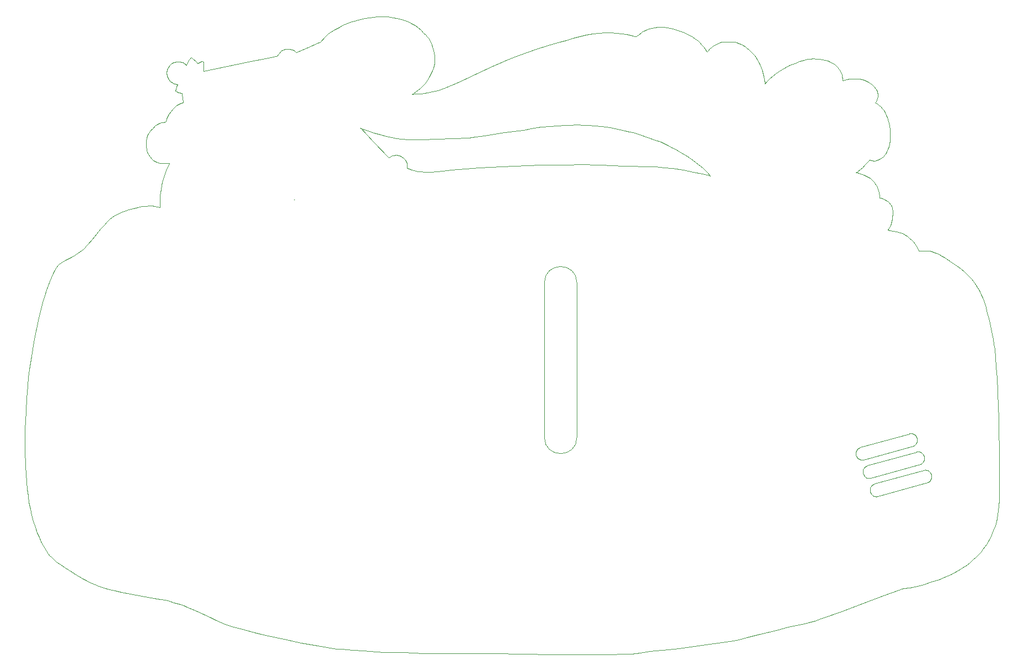
<source format=gm1>
G04 #@! TF.GenerationSoftware,KiCad,Pcbnew,(6.0.4)*
G04 #@! TF.CreationDate,2022-04-24T04:36:00+02:00*
G04 #@! TF.ProjectId,mch2022,6d636832-3032-4322-9e6b-696361645f70,3*
G04 #@! TF.SameCoordinates,Original*
G04 #@! TF.FileFunction,Profile,NP*
%FSLAX46Y46*%
G04 Gerber Fmt 4.6, Leading zero omitted, Abs format (unit mm)*
G04 Created by KiCad (PCBNEW (6.0.4)) date 2022-04-24 04:36:00*
%MOMM*%
%LPD*%
G01*
G04 APERTURE LIST*
%ADD10C,0.200000*%
G04 #@! TA.AperFunction,Profile*
%ADD11C,0.050000*%
G04 #@! TD*
G04 #@! TA.AperFunction,Profile*
%ADD12C,0.100000*%
G04 #@! TD*
G04 APERTURE END LIST*
D10*
X-33404772Y21800569D02*
X-33404772Y21800569D01*
D11*
X9946380Y9026760D02*
G75*
G03*
X4946380Y9026760I-2500000J0D01*
G01*
X4946380Y-14693240D02*
G75*
G03*
X9946380Y-14693240I2500000J0D01*
G01*
X9946380Y-14693240D02*
X9946380Y9026760D01*
X4946380Y-14693240D02*
X4946380Y9026760D01*
D12*
X41040000Y41555060D02*
X40455000Y41168180D01*
X62154400Y-15324755D02*
X62098147Y-15504783D01*
X37627000Y43290810D02*
X37400000Y43637360D01*
X55228938Y-23507616D02*
X55109718Y-23362744D01*
X36017000Y45112520D02*
X35730000Y45323150D01*
X73049000Y-30707600D02*
X73270000Y-30309400D01*
X62138193Y-14862034D02*
X62139876Y-14868519D01*
X-35070000Y44824410D02*
X-35257800Y44736380D01*
X63255081Y-18127042D02*
X63198849Y-18307156D01*
X56456000Y28038200D02*
X56753000Y28248000D01*
X-54927300Y27715300D02*
X-54750300Y27617600D01*
X5664500Y33055700D02*
X4528300Y32950300D01*
X-51869500Y39604300D02*
X-51707500Y39557900D01*
X55764000Y38935100D02*
X55637000Y39098500D01*
X63387000Y13961600D02*
X63020000Y13962600D01*
X61605000Y15335000D02*
X61352000Y15607200D01*
X-50030300Y42443170D02*
X-50066700Y42490490D01*
X-16121900Y27069100D02*
X-16112800Y26889800D01*
X23284900Y48273530D02*
X22810200Y48296910D01*
X-13597000Y-47833600D02*
X-11042600Y-47870400D01*
X-71810830Y-31697900D02*
X-71535090Y-32121800D01*
X34188000Y45989530D02*
X34027000Y46019570D01*
X23954500Y30121700D02*
X23282900Y30439900D01*
X-53081300Y27392200D02*
X-52659000Y27410500D01*
X56057000Y23678600D02*
X55960000Y23900600D01*
X-71564120Y7882700D02*
X-71809510Y7102200D01*
X26265000Y28860700D02*
X25695000Y29190200D01*
X58392000Y19224200D02*
X58418000Y19564700D01*
X55851000Y27791800D02*
X56153000Y27885300D01*
X54380000Y40015930D02*
X54044000Y40142970D01*
X63110073Y-18472649D02*
X62991598Y-18618927D01*
X52775751Y-17451218D02*
X52774067Y-17444733D01*
X56134000Y38080600D02*
X56096000Y38254300D01*
X30563000Y45219510D02*
X30290000Y44965690D01*
X-13541400Y31053700D02*
X-14987500Y31037800D01*
X74717000Y-13195000D02*
X74684000Y-11512100D01*
X56159775Y-23747401D02*
X56094910Y-23765339D01*
X-17182300Y28503100D02*
X-17029300Y28429300D01*
X73270000Y-30309400D02*
X73478000Y-29892000D01*
X-71054200Y9286400D02*
X-71311970Y8611600D01*
X45767000Y43421750D02*
X45321000Y43364560D01*
X57906000Y21277200D02*
X57747000Y21439800D01*
X-1755000Y32043300D02*
X-4173100Y31663800D01*
X-50681600Y37927300D02*
X-50612800Y37488100D01*
X50293000Y41673200D02*
X50134000Y41904580D01*
X25603000Y-47108900D02*
X29128000Y-46615600D01*
X-15483100Y26409900D02*
X-15037500Y26289700D01*
X-21230200Y32079000D02*
X-22130900Y32355000D01*
X-12228000Y38384700D02*
X-13040000Y38212800D01*
X35730000Y45323150D02*
X35438000Y45506690D01*
X58341000Y18873300D02*
X58392000Y19224200D01*
X38014000Y-44929400D02*
X40603000Y-44276400D01*
X55019357Y-23192950D02*
X54977636Y-23059303D01*
X-33316000Y44547690D02*
X-33450600Y44648520D01*
X54965323Y-23011875D02*
X54948411Y-22946734D01*
X55738000Y24294100D02*
X55589000Y24481300D01*
X35438000Y45506690D02*
X35139000Y45664120D01*
X-50325700Y42704340D02*
X-50469900Y42792120D01*
X-14295000Y26121900D02*
X-14092000Y26097000D01*
X70272000Y-33898300D02*
X70754000Y-33494900D01*
X49069000Y42843070D02*
X48802000Y42985890D01*
X-54543600Y20728300D02*
X-54934500Y20831600D01*
X-53568700Y25035300D02*
X-53708700Y24511300D01*
X-35257800Y44736380D02*
X-35432700Y44627700D01*
X-16191700Y27410800D02*
X-16148500Y27243000D01*
X54972359Y-23038976D02*
X54970600Y-23032201D01*
X-22694400Y32546900D02*
X-23007500Y32683400D01*
X-63198600Y17309100D02*
X-63827200Y16566500D01*
X-52976800Y40744690D02*
X-52920300Y40587520D01*
X54694000Y39863300D02*
X54380000Y40015930D01*
X-52974600Y41770230D02*
X-53017100Y41603400D01*
X-18165900Y28613500D02*
X-17878600Y28641000D01*
X-13183900Y39896900D02*
X-13018100Y40157050D01*
X-40536641Y42943884D02*
X-47406700Y41547530D01*
X20590700Y47897080D02*
X20214900Y47718860D01*
X48061000Y43247810D02*
X47631000Y43339940D01*
X-56199400Y30901600D02*
X-56219700Y30465000D01*
X-72064370Y-31264400D02*
X-71810830Y-31697900D01*
X-56885000Y20756000D02*
X-57497800Y20635100D01*
X63212249Y-19723430D02*
X63405726Y-19703743D01*
X58399000Y20134900D02*
X58364000Y20362000D01*
X54995317Y-20965781D02*
X54801830Y-20985470D01*
X52769016Y-17425278D02*
X52767333Y-17418793D01*
X-9472000Y39319600D02*
X-10507200Y38918300D01*
X-71809510Y7102200D02*
X-72105720Y6063500D01*
X-52172000Y39740600D02*
X-52024600Y39665500D01*
X-16513100Y28003400D02*
X-16412300Y27868700D01*
X56040000Y38427200D02*
X55965000Y38598800D01*
X-52289900Y42698400D02*
X-52423200Y42597500D01*
X62220000Y-37546800D02*
X63199000Y-37272900D01*
X26890000Y47251470D02*
X26433000Y47462100D01*
X52989000Y25947000D02*
X52756000Y25987100D01*
X52770700Y-17431763D02*
X52769016Y-17425278D01*
X28582000Y27248000D02*
X28582000Y27248000D01*
X-50783600Y42924950D02*
X-50951400Y42968200D01*
X-23033900Y49571184D02*
X-23947700Y49336109D01*
X63233457Y-17643459D02*
X63235216Y-17650235D01*
X-58622600Y-38720700D02*
X-56860500Y-39044700D01*
X29903000Y44464060D02*
X29845000Y44573280D01*
X-53017100Y41603400D02*
X-53043200Y41430580D01*
X-52546100Y42484600D02*
X-52657700Y42360560D01*
X-50066700Y42490490D02*
X-50191000Y42603490D01*
X-50951400Y42968200D02*
X-51125400Y42994800D01*
X-64891400Y-36955100D02*
X-64461100Y-37153300D01*
X-54750300Y27617600D02*
X-54564800Y27537900D01*
X19033500Y46848710D02*
X18977100Y46833230D01*
X-15413800Y48822100D02*
X-16005200Y49143169D01*
X-14131800Y38896700D02*
X-13851900Y39140800D01*
X-55237600Y20873400D02*
X-55710000Y20871600D01*
X54967082Y-23018650D02*
X54965323Y-23011875D01*
X17294200Y32427400D02*
X15746500Y32757700D01*
X30290000Y44965690D02*
X30059000Y44682510D01*
X-51836000Y42920570D02*
X-51995400Y42860800D01*
X-9363600Y26340400D02*
X-7199200Y26557900D01*
X53848817Y-20147176D02*
X53831931Y-19952415D01*
X54968841Y-23025426D02*
X54967082Y-23018650D01*
X71947000Y-32276300D02*
X72265000Y-31871200D01*
X-35737300Y44355040D02*
X-35864000Y44194380D01*
X40455000Y41168180D02*
X39977000Y40808260D01*
X37152000Y43970950D02*
X36880000Y44293280D01*
X-15037500Y26289700D02*
X-14516000Y26167400D01*
X-69047470Y12275400D02*
X-69348800Y12096400D01*
X-55726000Y32172500D02*
X-55841000Y31994100D01*
X-59365000Y20110000D02*
X-59819100Y19945500D01*
X-21274900Y30731400D02*
X-19006800Y28369300D01*
X58006000Y30891200D02*
X58036000Y31237100D01*
X35433000Y-45599800D02*
X36020000Y-45448700D01*
X38530000Y41062210D02*
X38443000Y41395510D01*
X19554800Y31792300D02*
X18555800Y32101000D01*
X25026000Y29573500D02*
X24597800Y29802700D01*
X-14092000Y26097000D02*
X-13317600Y26077100D01*
X-9988100Y31188500D02*
X-10774200Y31162500D01*
X-74652965Y-20269200D02*
X-74580417Y-21491100D01*
X-18710900Y49849249D02*
X-19117100Y49896301D01*
X73851000Y423300D02*
X73704000Y1187500D01*
X18229000Y26973200D02*
X20391000Y26921200D01*
X32783000Y-46078500D02*
X33932000Y-45892600D01*
X-13317600Y26077100D02*
X-12502900Y26080500D01*
X-45417600Y-42808600D02*
X-44708000Y-43114200D01*
X55109718Y-23362744D02*
X55019357Y-23192950D01*
X-58917500Y20245400D02*
X-59365000Y20110000D01*
X51864000Y40327220D02*
X51316000Y40236540D01*
X68131000Y-35334600D02*
X68684000Y-35014400D01*
X-65149620Y14955000D02*
X-65400830Y14674300D01*
X55637000Y39098500D02*
X55494000Y39257700D01*
X53876283Y-20252969D02*
X53874524Y-20246194D01*
X26863000Y28477300D02*
X26265000Y28860700D01*
X-24844400Y49049750D02*
X-25707900Y48715770D01*
X-53266100Y-39690900D02*
X-52651400Y-39843300D01*
X17681000Y-47956300D02*
X18328500Y-47915300D01*
X-11884900Y43495170D02*
X-11916600Y43889550D01*
X-56183900Y29889800D02*
X-56141700Y29619100D01*
X53317000Y40317880D02*
X52927000Y40364550D01*
X20391000Y26921200D02*
X22041400Y26849000D01*
X54613799Y-20966927D02*
X54435854Y-20912708D01*
X-72404960Y4919900D02*
X-72699670Y3706000D01*
X62141560Y-14875004D02*
X62158464Y-14940116D01*
X-52668700Y40163790D02*
X-52560200Y40041170D01*
X-56016900Y31639500D02*
X-56134100Y31284200D01*
X-32419000Y-46231000D02*
X-29845900Y-46697600D01*
X3865700Y32876300D02*
X2898500Y32712000D01*
X62672127Y-16976945D02*
X62835109Y-17064173D01*
X7290200Y45993130D02*
X5563200Y45515490D01*
X54435854Y-20912708D02*
X54272866Y-20825492D01*
X-51705100Y38503800D02*
X-51668700Y38449300D01*
X-69348800Y12096400D02*
X-69557980Y11935200D01*
X55008725Y-22382055D02*
X55097492Y-22216565D01*
X43333000Y42760810D02*
X42588000Y42430230D01*
X62978637Y-17181595D02*
X63097857Y-17326467D01*
X55657494Y-21812698D02*
X63147384Y-19741369D01*
X-17510800Y28605400D02*
X-17343100Y28562100D01*
X-33450600Y44648520D02*
X-33594900Y44736300D01*
X-56219700Y30465000D02*
X-56210000Y30172200D01*
X18983600Y-47852500D02*
X19650600Y-47767900D01*
X-61777500Y18807500D02*
X-62208800Y18392300D01*
X372700Y43735830D02*
X-875000Y43249510D01*
X-74823618Y-17411700D02*
X-74782832Y-18338700D01*
X62088142Y-14696306D02*
X62129774Y-14829609D01*
X-47419900Y42188300D02*
X-47427200Y42949230D01*
X54985000Y39685600D02*
X54694000Y39863300D01*
X-60018400Y-38465400D02*
X-58622600Y-38720700D01*
X34516000Y45904560D02*
X34188000Y45989530D01*
X-70785360Y-33062100D02*
X-70548730Y-33288600D01*
X-72634150Y-30048400D02*
X-72337320Y-30721200D01*
X62139876Y-14868519D02*
X62141560Y-14875004D01*
X32126000Y45982230D02*
X31927000Y45931140D01*
X16031700Y47398480D02*
X15146500Y47438720D01*
X-51319200Y43003870D02*
X-51497000Y42992960D01*
X-5635200Y31439100D02*
X-6140500Y31378700D01*
X-22837400Y-47447600D02*
X-20813100Y-47593300D01*
X38602000Y40705020D02*
X38530000Y41062210D01*
X64375637Y-20736806D02*
X64354665Y-20926600D01*
X55854000Y24105700D02*
X55738000Y24294100D01*
X-51125400Y42994800D02*
X-51304600Y43003870D01*
X72265000Y-31871200D02*
X72552000Y-31480200D01*
X-17747500Y49677670D02*
X-18270000Y49778303D01*
X-53996900Y-39546800D02*
X-53266100Y-39690900D01*
X29113000Y25792700D02*
X30276000Y25501700D01*
X54121000Y27114400D02*
X54467000Y27473600D01*
X63771711Y-19776503D02*
X63934690Y-19863721D01*
X55854000Y36640000D02*
X55745000Y36698300D01*
X71199000Y-33086000D02*
X71599000Y-32677700D01*
X-27516700Y-47076300D02*
X-26884500Y-47152300D01*
X24607900Y26596500D02*
X26242000Y26347400D01*
X-39603100Y-44618800D02*
X-38621800Y-44875500D01*
X27730000Y46768610D02*
X27322000Y47020370D01*
X69762000Y-34290200D02*
X70272000Y-33898300D01*
X-64047400Y-37326300D02*
X-63447900Y-37541700D01*
X-73481150Y-13900D02*
X-73682260Y-1165100D01*
X54948411Y-22946734D02*
X54931522Y-22751964D01*
X-35593000Y44500030D02*
X-35737300Y44355040D01*
X-17878600Y28641000D02*
X-17864000Y28641000D01*
X-74695286Y-10668700D02*
X-74774019Y-12128400D01*
X-16148500Y27243000D02*
X-16121900Y27069100D01*
X-65400830Y14674300D02*
X-65632930Y14437900D01*
X-47575500Y43075240D02*
X-47621700Y43084210D01*
X49318000Y42685070D02*
X49069000Y42843070D01*
X56153000Y37907000D02*
X56134000Y38080600D01*
X-61429200Y19103600D02*
X-61777500Y18807500D01*
X23282900Y30439900D02*
X22769800Y30666800D01*
X-64524300Y15712600D02*
X-65149620Y14955000D01*
X59393000Y-38123400D02*
X59794000Y-37990200D01*
X13394200Y27164400D02*
X15600100Y27063000D01*
X-47406700Y41547530D02*
X-47419900Y42188300D01*
X63097857Y-17326467D02*
X63188220Y-17496271D01*
X-62654000Y17923400D02*
X-63198600Y17309100D01*
X-53172300Y33850900D02*
X-53206000Y33763100D01*
X63776086Y-21634055D02*
X56159775Y-23747401D01*
X-51539600Y39526900D02*
X-51366500Y39512400D01*
X-4112800Y41806210D02*
X-5605500Y41103550D01*
X53690000Y40243820D02*
X53317000Y40317880D01*
X54467000Y27473600D02*
X54678000Y27716400D01*
X70519000Y9620500D02*
X69893000Y10288000D01*
X-26884500Y-47152300D02*
X-26252400Y-47203700D01*
X-1668000Y26920000D02*
X316800Y27005600D01*
X-54811400Y33133800D02*
X-55212600Y32767800D01*
X-34444100Y44948020D02*
X-34661600Y44931890D01*
X-35432700Y44627700D02*
X-35593000Y44500030D01*
X-51821600Y36024500D02*
X-52095600Y35735400D01*
X62710000Y13939700D02*
X62448000Y13903300D01*
X59921000Y16615700D02*
X59509000Y16762400D01*
X63945806Y-21540644D02*
X63776086Y-21634055D01*
X57711000Y17129100D02*
X57802000Y17300200D01*
X-58131100Y20471100D02*
X-58917500Y20245400D01*
X27322000Y47020370D02*
X26890000Y47251470D01*
X51067000Y40177080D02*
X50845000Y40109680D01*
X64341836Y-20476895D02*
X64358748Y-20542035D01*
X58999000Y16904700D02*
X58469000Y17021700D01*
X-875000Y43249510D02*
X-1870100Y42837940D01*
X-66697870Y13619200D02*
X-67195170Y13295000D01*
X54801830Y-20985470D02*
X54613799Y-20966927D01*
X71219000Y8708200D02*
X71008000Y9013300D01*
X-54122600Y20584000D02*
X-54543600Y20728300D01*
X64331282Y-20436242D02*
X64333041Y-20443018D01*
X17957800Y32264400D02*
X17294200Y32427400D01*
X57912000Y33205800D02*
X57785000Y33816200D01*
X-53256100Y33727100D02*
X-53572800Y33672500D01*
X54853000Y27873000D02*
X55204000Y27797500D01*
X-48526700Y42945600D02*
X-49094200Y43524490D01*
X-56083600Y29361400D02*
X-56010000Y29117800D01*
X-29554500Y45901900D02*
X-29607800Y45910090D01*
X74630000Y-10085800D02*
X74510000Y-7639200D01*
X69410000Y10749200D02*
X68891000Y11189600D01*
X63198849Y-18307156D02*
X63110073Y-18472649D01*
X-47674700Y43078030D02*
X-47812200Y43017340D01*
X-33747800Y44810130D02*
X-33908600Y44869110D01*
X-9257000Y31201100D02*
X-9988100Y31188500D01*
X58469000Y17021700D02*
X57999000Y17092700D01*
X-10774200Y31162500D02*
X-12016500Y31097700D01*
X-53787200Y27390400D02*
X-53441900Y27379700D01*
X-49459200Y43512190D02*
X-49597300Y43283340D01*
X57143000Y28632600D02*
X57301000Y28868000D01*
X71008000Y9013300D02*
X70777000Y9314200D01*
X62098147Y-15504783D02*
X62009386Y-15670297D01*
X46232000Y43446690D02*
X45767000Y43421750D01*
X50433000Y41427650D02*
X50293000Y41673200D01*
X-72933720Y-29296300D02*
X-72634150Y-30048400D01*
X-55411000Y28119500D02*
X-55257100Y27966000D01*
X-16324500Y27724500D02*
X-16250700Y27571600D01*
X-52849600Y40437770D02*
X-52765500Y40296260D01*
X36880000Y44293280D02*
X36584000Y44606050D01*
X57747000Y21439800D02*
X57494000Y21643700D01*
X57999000Y17092700D02*
X57711000Y17129100D01*
X44868000Y-43302000D02*
X45456000Y-43155000D01*
X19406700Y47129050D02*
X19177400Y46939730D01*
X-19535100Y49925252D02*
X-19937400Y49937104D01*
X-70258200Y10961500D02*
X-70526210Y10463900D01*
X54823000Y27873600D02*
X54853000Y27873000D01*
X67329000Y-35746700D02*
X68131000Y-35334600D01*
X-73789750Y-26597300D02*
X-73523930Y-27546900D01*
X-50469900Y42792120D02*
X-50622800Y42865960D01*
X61997781Y-14526510D02*
X62088142Y-14696306D01*
X53513100Y-18164536D02*
X53335161Y-18110336D01*
X-12100700Y42024760D02*
X-11995900Y42391400D01*
X-49407500Y43571900D02*
X-49459200Y43512190D01*
X-63827200Y16566500D02*
X-64524300Y15712600D01*
X-34250300Y44938950D02*
X-34429600Y44948020D01*
X11450600Y27188600D02*
X12505200Y27182600D01*
X53872765Y-20239418D02*
X53871006Y-20232643D01*
X47175000Y43404590D02*
X46705000Y43440580D01*
X57809000Y29978800D02*
X57916000Y30391800D01*
X-54055200Y33557800D02*
X-54269100Y33481000D01*
X55204000Y27797500D02*
X55556000Y27760200D01*
X-26252400Y-47203700D02*
X-24472100Y-47327500D01*
X28785000Y45920300D02*
X28523000Y46167020D01*
X-7430200Y31279800D02*
X-8351700Y31233800D01*
X3924200Y45009200D02*
X2238900Y44430540D01*
X-52311000Y39828800D02*
X-52172000Y39740600D01*
X-12084200Y44763300D02*
X-12220800Y45257780D01*
X-52147000Y42786460D02*
X-52289900Y42698400D01*
X-16500100Y49359109D02*
X-16754100Y49443442D01*
X52777435Y-17457703D02*
X52775751Y-17451218D01*
X74302000Y-3814100D02*
X74193000Y-2393900D01*
X58242000Y20762100D02*
X58152000Y20941800D01*
X10683300Y-48077300D02*
X13392100Y-48063300D01*
X-16256200Y49261123D02*
X-16500100Y49359109D01*
X-50510900Y36723500D02*
X-50865700Y36611200D01*
X72710000Y5326300D02*
X72551000Y5846300D01*
X23959400Y-47289600D02*
X25603000Y-47108900D01*
X46705000Y43440580D02*
X46232000Y43446690D01*
X52748745Y-17347196D02*
X52731837Y-17152353D01*
X27826000Y27804000D02*
X26863000Y28477300D01*
X-55054600Y-39365100D02*
X-53996900Y-39546800D01*
X53018000Y26169100D02*
X53462000Y26493100D01*
X56353000Y36326300D02*
X56102000Y36511900D01*
X-26122100Y48532080D02*
X-26521800Y48337850D01*
X56143000Y23439500D02*
X56057000Y23678600D01*
X-73997630Y-3230400D02*
X-74164650Y-4290500D01*
X-51205900Y36455900D02*
X-51526200Y36259600D01*
X61878538Y-14381548D02*
X61997781Y-14526510D01*
X61394202Y-14122737D02*
X61572047Y-14176973D01*
X-68059510Y-35101800D02*
X-66863290Y-35862000D01*
X-12387800Y41298420D02*
X-12231800Y41662960D01*
X60748000Y-37821200D02*
X61059000Y-37785900D01*
X-53816800Y33623700D02*
X-54055200Y33557800D01*
X23380300Y26744700D02*
X24607900Y26596500D01*
X17036500Y-47975400D02*
X17681000Y-47956300D01*
X63188220Y-17496271D02*
X63229939Y-17629909D01*
X-36198700Y43836130D02*
X-36342700Y43795150D01*
X-74359208Y-23679000D02*
X-74204232Y-24681800D01*
X72552000Y-31480200D02*
X72812000Y-31095100D01*
X-16412300Y27868700D02*
X-16324500Y27724500D01*
X-73682260Y-1165100D02*
X-73841080Y-2214600D01*
X-56860500Y-39044700D02*
X-55054600Y-39365100D01*
X-53410900Y25550600D02*
X-53568700Y25035300D01*
X69230000Y-34664200D02*
X69762000Y-34290200D01*
X54557902Y-19013139D02*
X62047799Y-16941810D01*
X22769800Y30666800D02*
X21910200Y30990600D01*
X45321000Y43364560D02*
X44777000Y43244860D01*
X73478000Y-29892000D02*
X73679000Y-29447300D01*
X-50514500Y36814500D02*
X-50510900Y36723500D01*
X50845000Y40109680D02*
X50695000Y40058720D01*
X54974118Y-23045752D02*
X54972359Y-23038976D01*
X-14069300Y47868280D02*
X-14487200Y48223650D01*
X-51304600Y43003870D02*
X-51319200Y43003870D01*
X18922300Y46834150D02*
X18791400Y46874200D01*
X-47427200Y42949230D02*
X-47492700Y43014770D01*
X33194000Y46044170D02*
X32571000Y46034680D01*
X58175000Y18178900D02*
X58268000Y18521700D01*
X15146500Y47438720D02*
X14240500Y47428280D01*
X-11042600Y-47870400D02*
X-3788800Y-47910000D01*
X-36151600Y43859450D02*
X-36198700Y43836130D01*
X58417000Y19885100D02*
X58399000Y20134900D01*
X20214900Y47718860D02*
X20037400Y47616960D01*
X62009386Y-15670297D02*
X61890893Y-15816545D01*
X-72699670Y3706000D02*
X-72982310Y2456100D01*
X-16250700Y27571600D02*
X-16191700Y27410800D01*
X-12016500Y31097700D02*
X-13541400Y31053700D01*
X-48534500Y-41368500D02*
X-46291300Y-42408800D01*
X-54090300Y20680500D02*
X-54101100Y20595100D01*
X56593000Y22040500D02*
X56422000Y22073300D01*
X-71535090Y-32121800D02*
X-71251850Y-32515700D01*
X-54085300Y22121800D02*
X-54097200Y21722600D01*
X-59819100Y19945500D02*
X-60273800Y19754400D01*
X-14794800Y38027100D02*
X-15424700Y38012600D01*
X-54101700Y27422900D02*
X-53787200Y27390400D01*
X-23947700Y49336109D02*
X-24844400Y49049750D01*
X64356000Y-36903800D02*
X65518000Y-36499900D01*
X-23355300Y32854300D02*
X-23259100Y32801700D01*
X56841000Y35812200D02*
X56601000Y36090600D01*
X48455000Y43129390D02*
X48061000Y43247810D01*
X-13069700Y46852600D02*
X-13305600Y47115280D01*
X72387000Y6321200D02*
X72212000Y6770600D01*
X38775000Y39618200D02*
X38757000Y39727400D01*
X53028767Y-17905736D02*
X52909428Y-17760802D01*
X-53043500Y41078060D02*
X-53018100Y40908470D01*
X-33191700Y44434700D02*
X-33316000Y44547690D01*
X-12565000Y40939350D02*
X-12387800Y41298420D01*
X19862700Y47499040D02*
X19406700Y47129050D01*
X4528300Y32950300D02*
X3865700Y32876300D01*
X63593767Y-19722284D02*
X63771711Y-19776503D01*
X-50191000Y42603490D02*
X-50325700Y42704340D01*
X-6140500Y31378700D02*
X-6650500Y31332200D01*
X39977000Y40808260D02*
X39550000Y40431280D01*
X55215977Y-22070285D02*
X55361353Y-21948126D01*
X-33908600Y44869110D02*
X-34076400Y44912350D01*
X56153000Y27885300D02*
X56456000Y28038200D01*
X-52095600Y35735400D02*
X-52400100Y35353200D01*
X-14487200Y48223650D02*
X-14910500Y48522360D01*
X29225000Y26679100D02*
X28582000Y27248100D01*
X13312900Y47366980D02*
X12362700Y47254660D01*
X52927000Y40364550D02*
X52686000Y40375990D01*
X-17864000Y28641000D02*
X-17684800Y28632000D01*
X64336559Y-20456568D02*
X64338318Y-20463344D01*
X73970000Y-335400D02*
X73851000Y423300D01*
X-53047400Y26534100D02*
X-53236600Y26051900D01*
X-49196800Y43607090D02*
X-49254800Y43622790D01*
X49957000Y42121630D02*
X49762000Y42324180D01*
X-13600600Y39388900D02*
X-13378000Y39640900D01*
X28582000Y27248100D02*
X28582000Y27248000D01*
X-17749500Y31229500D02*
X-18549200Y31371200D01*
X55383000Y24694200D02*
X55154000Y24900800D01*
X57602000Y34419100D02*
X57453000Y34794600D01*
X54431470Y-19055158D02*
X54557902Y-19013139D01*
X36301000Y44873810D02*
X36017000Y45112520D01*
X15746500Y32757700D02*
X15029200Y32890800D01*
X-49937100Y-40748600D02*
X-48534500Y-41368500D01*
X8857400Y33277900D02*
X8156300Y33254800D01*
X56102000Y36511900D02*
X55854000Y36640000D01*
X62047799Y-16941810D02*
X62112664Y-16923872D01*
X-54093500Y21257500D02*
X-54090300Y20680500D01*
X56393000Y22306300D02*
X56287000Y22908700D01*
X-52757300Y42226250D02*
X-52843800Y42082510D01*
X-11995900Y42391400D02*
X-11924900Y42753650D01*
X-13948800Y38073500D02*
X-14340900Y38042800D01*
X-55710000Y20871600D02*
X-56290000Y20834700D01*
X53892000Y-40191400D02*
X56977000Y-39007200D01*
X57067000Y35498500D02*
X56841000Y35812200D01*
X74546000Y-26531200D02*
X74692000Y-25281500D01*
X-53572800Y33672500D02*
X-53816800Y33623700D01*
X54977636Y-23059303D02*
X54975877Y-23052527D01*
X-51669600Y42964910D02*
X-51836000Y42920570D01*
X-13582500Y47398560D02*
X-14069300Y47868280D01*
X42380000Y-43849000D02*
X44026000Y-43489900D01*
X-53441900Y27379700D02*
X-53081300Y27392200D01*
X-73245320Y1204700D02*
X-73481150Y-13900D01*
X64329523Y-20429467D02*
X64331282Y-20436242D01*
X31224000Y45636380D02*
X30874000Y45443300D01*
X-19117100Y49896301D02*
X-19535100Y49925252D01*
X179400Y32321800D02*
X-1755000Y32043300D01*
X28582000Y27248000D02*
X27826000Y27804000D01*
X-21220700Y49872802D02*
X-22119500Y49751304D01*
X-56290000Y20834700D02*
X-56885000Y20756000D01*
X16855200Y27010500D02*
X18229000Y26973200D01*
X53335161Y-18110336D02*
X53172192Y-18023159D01*
X316800Y27005600D02*
X4375800Y27130000D01*
X58364000Y20362000D02*
X58313000Y20570000D01*
X-16005200Y49143169D02*
X-16256200Y49261123D01*
X-6650500Y31332200D02*
X-7430200Y31279800D01*
X53214000Y25897100D02*
X52989000Y25947000D01*
X61735026Y-14264148D02*
X61878538Y-14381548D01*
X-52687400Y34941600D02*
X-52910200Y34564500D01*
X48802000Y42985890D02*
X48455000Y43129390D01*
X-48286400Y42694390D02*
X-48526700Y42945600D01*
X-12869400Y46602480D02*
X-13069700Y46852600D01*
X52909428Y-17760802D02*
X52819067Y-17591006D01*
X68684000Y-35014400D02*
X69230000Y-34664200D01*
X45456000Y-43155000D02*
X46501000Y-42836000D01*
X-54055600Y22509300D02*
X-54085300Y22121800D01*
X70777000Y9314200D02*
X70519000Y9620500D01*
X-66105330Y14034900D02*
X-66697870Y13619200D01*
X64333041Y-20443018D02*
X64334800Y-20449793D01*
X74790000Y-23163100D02*
X74802000Y-21462300D01*
X-7199200Y26557900D02*
X-5070100Y26714400D01*
X63235216Y-17650235D02*
X63236975Y-17657010D01*
X-16137900Y26641000D02*
X-15850600Y26527300D01*
X57453000Y34794600D02*
X57273000Y35156800D01*
X68891000Y11189600D02*
X68280000Y11652500D01*
X-36342700Y43795150D02*
X-37101000Y43620960D01*
X56147000Y37632400D02*
X56153000Y37907000D01*
X-74815890Y-13457100D02*
X-74838647Y-15073800D01*
X-13018100Y40157050D02*
X-12759600Y40593940D01*
X64091182Y-21418485D02*
X63945806Y-21540644D01*
X60947720Y-14141838D02*
X61012585Y-14123899D01*
X-13851900Y39140800D02*
X-13600600Y39388900D01*
X19177400Y46939730D02*
X19033500Y46848710D01*
X62133142Y-14842579D02*
X62134825Y-14849064D01*
X-62703500Y-37777700D02*
X-61870900Y-38016400D01*
X61010000Y15921500D02*
X60651000Y16198800D01*
X73679000Y-29447300D02*
X73876000Y-28966900D01*
X-53018100Y40908470D02*
X-52976800Y40744690D01*
X74692000Y-25281500D02*
X74761000Y-24288500D01*
X57494000Y21643700D02*
X57200000Y21820700D01*
X-18436900Y28540800D02*
X-18165900Y28613500D01*
X38443000Y41395510D02*
X38335000Y41740760D01*
X72019000Y7213800D02*
X71801000Y7670300D01*
X56096000Y38254300D02*
X56040000Y38427200D01*
X-51526200Y36259600D02*
X-51821600Y36024500D01*
X22042600Y-47473000D02*
X23959400Y-47289600D01*
X53928000Y25642100D02*
X53446000Y25829400D01*
X-68609280Y12501500D02*
X-69047470Y12275400D01*
X22810200Y48296910D02*
X22338600Y48284870D01*
X56422000Y22073300D02*
X56393000Y22306300D01*
X73876000Y-28966900D02*
X74158000Y-28229400D01*
X-54269100Y33481000D02*
X-54439300Y33399500D01*
X65518000Y-36499900D02*
X66484000Y-36124700D01*
X-55921200Y28889600D02*
X-55817400Y28678100D01*
X54787000Y27850700D02*
X54823000Y27873600D01*
X56094910Y-23765339D02*
X55901423Y-23785029D01*
X57200000Y21820700D02*
X56891000Y21957400D01*
X59509000Y16762400D02*
X58999000Y16904700D01*
X-74483551Y-22621600D02*
X-74359208Y-23679000D01*
X57940000Y17558500D02*
X58065000Y17854600D01*
X53701153Y-18183125D02*
X53513100Y-18164536D01*
X-50612800Y37488100D02*
X-50514500Y36814500D01*
X54933000Y25069600D02*
X54427000Y25388000D01*
X52774067Y-17444733D02*
X52772384Y-17438248D01*
X-69557980Y11935200D02*
X-69719710Y11762400D01*
X-57497800Y20635100D02*
X-58131100Y20471100D01*
X44777000Y43244860D02*
X44098000Y43040520D01*
X64358748Y-20542035D02*
X64375637Y-20736806D01*
X62175372Y-15134959D02*
X62154400Y-15324755D01*
X61352000Y15607200D02*
X61010000Y15921500D01*
X64209657Y-21272208D02*
X64091182Y-21418485D01*
X12739900Y33146600D02*
X11644500Y33243300D01*
X-74164650Y-4290500D02*
X-74301636Y-5425700D01*
X63229939Y-17629909D02*
X63231698Y-17636684D01*
X25695000Y29190200D02*
X25026000Y29573500D01*
X53878042Y-20259744D02*
X53876283Y-20252969D01*
X60392000Y-37856200D02*
X60748000Y-37821200D01*
X65152000Y13584800D02*
X64798000Y13716700D01*
X62991598Y-18618927D02*
X62846221Y-18741085D01*
X63758000Y13938700D02*
X63387000Y13961600D01*
X34777000Y-45740400D02*
X35433000Y-45599800D01*
X74069000Y-1144000D02*
X73970000Y-335400D01*
X-60273800Y19754400D02*
X-60723300Y19539100D01*
X-23007500Y32683400D02*
X-23355300Y32854300D01*
X64338318Y-20463344D02*
X64340077Y-20470119D01*
X64798000Y13716700D02*
X64447000Y13817700D01*
X-22119500Y49751304D02*
X-23033900Y49571184D01*
X33851000Y46035970D02*
X33194000Y46044170D01*
X-74427696Y-6820400D02*
X-74561943Y-8658800D01*
X-54934500Y20831600D02*
X-55237600Y20873400D01*
X-12759600Y40593940D02*
X-12565000Y40939350D01*
X-51707500Y39557900D02*
X-51539600Y39526900D01*
X-52916500Y41930220D02*
X-52974600Y41770230D01*
X-4173100Y31663800D02*
X-5635200Y31439100D01*
X22041400Y26849000D02*
X23380300Y26744700D01*
X14377900Y32988500D02*
X13659300Y33068000D01*
X-8351700Y31233800D02*
X-9257000Y31201100D01*
X74340000Y-27665700D02*
X74457000Y-27143700D01*
X29641000Y44902520D02*
X29389000Y45246780D01*
X-74580417Y-21491100D02*
X-74483551Y-22621600D01*
X20755700Y31394000D02*
X19554800Y31792300D01*
X-53052200Y34235000D02*
X-53172300Y33850900D01*
X-50457600Y-40540100D02*
X-49937100Y-40748600D01*
X-17035200Y49520436D02*
X-17747500Y49677670D01*
X27756000Y26077000D02*
X29113000Y25792700D01*
X24905900Y47972810D02*
X24344900Y48103230D01*
X74404000Y-5523000D02*
X74302000Y-3814100D01*
X53462000Y26493100D02*
X53749000Y26750300D01*
X-53829200Y23983900D02*
X-53928900Y23458200D01*
X71801000Y7670300D02*
X71608000Y8046400D01*
X61745521Y-15938723D02*
X61575817Y-16032152D01*
X21426300Y48157450D02*
X20996300Y48043520D01*
X25441000Y47822600D02*
X24905900Y47972810D01*
X63240493Y-17670561D02*
X63242252Y-17677336D01*
X-73523930Y-27546900D02*
X-73214850Y-28515600D01*
X15029200Y32890800D02*
X14377900Y32988500D01*
X39550000Y40431280D02*
X39121000Y39993200D01*
X15063200Y-48030000D02*
X17036500Y-47975400D01*
X28027000Y46564890D02*
X27730000Y46768610D01*
X34833000Y45796410D02*
X34516000Y45904560D01*
X-54370200Y27475900D02*
X-54101700Y27422900D01*
X52752809Y-16962557D02*
X52809062Y-16782527D01*
X5563200Y45515490D02*
X3924200Y45009200D01*
X-16754100Y49443442D02*
X-17035200Y49520436D01*
X-20813100Y-47593300D02*
X-19661700Y-47664300D01*
X50682000Y40664800D02*
X50639000Y40912480D01*
X63238734Y-17663785D02*
X63240493Y-17670561D01*
X11644500Y33243300D02*
X11034900Y33279900D01*
X31927000Y45931140D02*
X31722000Y45858800D01*
X-70548730Y-33288600D02*
X-69978660Y-33778300D01*
X55901423Y-23785029D02*
X55713392Y-23766485D01*
X55960000Y23900600D02*
X55854000Y24105700D01*
X-38621800Y-44875500D02*
X-37517400Y-45144800D01*
X58040000Y21112400D02*
X57906000Y21277200D01*
X66389000Y12923800D02*
X65931000Y13196400D01*
X-18918100Y28278200D02*
X-18688600Y28427500D01*
X-74838647Y-15073800D02*
X-74841881Y-16340500D01*
X16748000Y47316030D02*
X16031700Y47398480D01*
X-18688600Y28427500D02*
X-18436900Y28540800D01*
X18261400Y47028300D02*
X17535800Y47184110D01*
X-73841080Y-2214600D02*
X-73997630Y-3230400D01*
X-15424700Y38012600D02*
X-15144300Y38187400D01*
X62306142Y-16904185D02*
X62494182Y-16922726D01*
X53749000Y26750300D02*
X54121000Y27114400D01*
X-44056500Y-43369300D02*
X-43356800Y-43617600D01*
X55154000Y24900800D02*
X54933000Y25069600D01*
X-51507600Y38378300D02*
X-51188100Y38274500D01*
X-1870100Y42837940D02*
X-2865100Y42392900D01*
X66484000Y-36124700D02*
X67329000Y-35746700D01*
X56601000Y36090600D02*
X56353000Y36326300D01*
X-34076400Y44912350D02*
X-34250300Y44938950D01*
X7473200Y27173000D02*
X11450600Y27188600D01*
X-69989000Y11395200D02*
X-70258200Y10961500D01*
X12505200Y27182600D02*
X13394200Y27164400D01*
X33932000Y-45892600D02*
X34777000Y-45740400D01*
X52819067Y-17591006D02*
X52777435Y-17457703D01*
X-72105720Y6063500D02*
X-72404960Y4919900D01*
X29389000Y45246780D02*
X29099000Y45591050D01*
X-55841000Y31994100D02*
X-56016900Y31639500D01*
X37400000Y43637360D02*
X37152000Y43970950D01*
X-19006800Y28369300D02*
X-18918100Y28278200D01*
X-51668700Y38449300D02*
X-51507600Y38378300D01*
X56005000Y37132400D02*
X56100000Y37378700D01*
X50695000Y40386390D02*
X50682000Y40664800D01*
X26242000Y26347400D02*
X27756000Y26077000D01*
X-53043200Y41430580D02*
X-53052200Y41252640D01*
X53865729Y-20212317D02*
X53848817Y-20147176D01*
X67523000Y12181200D02*
X66389000Y12923800D01*
X62835109Y-17064173D02*
X62978637Y-17181595D01*
X47324000Y-42557900D02*
X50604000Y-41414700D01*
X55060182Y-20947843D02*
X54995317Y-20965781D01*
X56287000Y22908700D02*
X56143000Y23439500D01*
X68280000Y11652500D02*
X67523000Y12181200D01*
X62131458Y-14836094D02*
X62133142Y-14842579D01*
X-16920600Y31128300D02*
X-17749500Y31229500D01*
X-47492700Y43014770D02*
X-47575500Y43075240D01*
X63934690Y-19863721D02*
X64078125Y-19981180D01*
X52897832Y-16617010D02*
X53016318Y-16470773D01*
X-19389200Y31563700D02*
X-20235300Y31791100D01*
X38670000Y40288090D02*
X38602000Y40705020D01*
X12362700Y47254660D02*
X11388900Y47091130D01*
X5145700Y-48022900D02*
X7242800Y-48073800D01*
X64298434Y-21106714D02*
X64209657Y-21272208D01*
X57301000Y28868000D02*
X57467000Y29172800D01*
X-52400100Y35353200D02*
X-52687400Y34941600D01*
X-74774019Y-12128400D02*
X-74815890Y-13457100D01*
X-3788800Y-47910000D02*
X2666300Y-47961000D01*
X-54101100Y20595100D02*
X-54122600Y20584000D01*
X52422000Y40372850D02*
X51864000Y40327220D01*
X8316900Y46291660D02*
X7290200Y45993130D01*
X55873000Y38768300D02*
X55764000Y38935100D01*
X-61870900Y-38016400D02*
X-61007300Y-38240100D01*
X53894633Y-18163448D02*
X53701153Y-18183125D01*
X-14340900Y38042800D02*
X-14794800Y38027100D01*
X-56134100Y31284200D02*
X-56199400Y30901600D01*
X-15993300Y31057300D02*
X-16920600Y31128300D01*
X61575817Y-16032152D02*
X53959496Y-18145500D01*
X11034900Y33279900D02*
X9908900Y33287600D01*
X-53206000Y33763100D02*
X-53256100Y33727100D01*
X37833000Y42929570D02*
X37627000Y43290810D01*
X-14987500Y31037800D02*
X-15993300Y31057300D01*
X-70791910Y9904700D02*
X-71054200Y9286400D01*
X32335000Y46015580D02*
X32126000Y45982230D01*
X36584000Y44606050D02*
X36301000Y44873810D01*
X-52440700Y39929200D02*
X-52311000Y39828800D01*
X-74841881Y-16340500D02*
X-74823618Y-17411700D01*
X32571000Y46034680D02*
X32335000Y46015580D01*
X-23259100Y32801700D02*
X-21274900Y30731400D01*
X-10667500Y26202800D02*
X-9363600Y26340400D01*
X56977000Y-39007200D02*
X59393000Y-38123400D01*
X-37517400Y-45144800D02*
X-35049400Y-45697800D01*
X-52560200Y40041170D02*
X-52440700Y39929200D01*
X64340077Y-20470119D02*
X64341836Y-20476895D01*
X23757400Y48214020D02*
X23284900Y48273530D01*
X-13305600Y47115280D02*
X-13582500Y47398560D01*
X9366900Y46609800D02*
X8316900Y46291660D01*
X-49254800Y43622790D02*
X-49359900Y43605210D01*
X-14516000Y26167400D02*
X-14295000Y26121900D01*
X53919764Y-20393391D02*
X53878042Y-20259744D01*
X74510000Y-7639200D02*
X74404000Y-5523000D01*
X18328500Y-47915300D02*
X18983600Y-47852500D01*
X64354665Y-20926600D02*
X64298434Y-21106714D01*
X61572047Y-14176973D02*
X61735026Y-14264148D01*
X2898500Y32712000D02*
X1674300Y32518500D01*
X-51188100Y38274500D02*
X-50725700Y38117900D01*
X53172192Y-18023159D02*
X53028767Y-17905736D01*
X2666300Y-47961000D02*
X5145700Y-48022900D01*
X9908900Y33287600D02*
X8857400Y33277900D01*
X57992000Y32542200D02*
X57912000Y33205800D01*
X57273000Y35156800D02*
X57067000Y35498500D01*
X-49597300Y43283340D02*
X-49819100Y42858220D01*
X52767333Y-17418793D02*
X52765649Y-17412308D01*
X62112664Y-16923872D02*
X62306142Y-16904185D01*
X53331401Y-16255154D02*
X53457830Y-16213167D01*
X53867488Y-20219092D02*
X53865729Y-20212317D01*
X53997901Y-19417016D02*
X54116409Y-19270823D01*
X-17343100Y28562100D02*
X-17182300Y28503100D01*
X50639000Y40912480D02*
X50559000Y41157430D01*
X-48009700Y42887360D02*
X-48286400Y42694390D01*
X57802000Y17300200D02*
X57940000Y17558500D01*
X-2865100Y42392900D02*
X-4112800Y41806210D01*
X63231698Y-17636684D02*
X63233457Y-17643459D01*
X62134825Y-14849064D02*
X62136509Y-14855549D01*
X-11887800Y43119060D02*
X-11884900Y43495170D01*
X-49819100Y42858220D02*
X-50030300Y42443170D01*
X57785000Y33816200D02*
X57602000Y34419100D01*
X-29607800Y45910090D02*
X-29663800Y45901900D01*
X73519000Y2012500D02*
X73217000Y3301400D01*
X-70975780Y-32859000D02*
X-70785360Y-33062100D01*
X36020000Y-45448700D02*
X38014000Y-44929400D01*
X52731837Y-17152353D02*
X52752809Y-16962557D01*
X-52657700Y42360560D02*
X-52757300Y42226250D01*
X24597800Y29802700D02*
X23954500Y30121700D01*
X44098000Y43040520D02*
X43333000Y42760810D01*
X-20353800Y49932007D02*
X-20782200Y49910420D01*
X64082000Y13896000D02*
X63758000Y13938700D01*
X-11404800Y38613300D02*
X-12228000Y38384700D01*
X55252000Y39483600D02*
X54985000Y39685600D01*
X38757000Y39727400D02*
X38670000Y40288090D01*
X74768000Y-17046900D02*
X74717000Y-13195000D01*
X72869000Y4741800D02*
X72710000Y5326300D01*
X64334800Y-20449793D02*
X64336559Y-20456568D01*
X-19661700Y-47664300D02*
X-18777900Y-47691600D01*
X-14910500Y48522360D02*
X-15413800Y48822100D01*
X72551000Y5846300D02*
X72387000Y6321200D01*
X56968000Y28436000D02*
X57143000Y28632600D01*
X55535448Y-23712266D02*
X55372459Y-23625051D01*
X53852900Y-19762611D02*
X53909132Y-19582497D01*
X-54617700Y33283200D02*
X-54811400Y33133800D01*
X38335000Y41740760D02*
X38186000Y42156260D01*
X29845000Y44573280D02*
X29641000Y44902520D01*
X-49094200Y43524490D02*
X-49196800Y43607090D01*
X55965000Y38598800D02*
X55873000Y38768300D01*
X-74561943Y-8658800D02*
X-74695286Y-10668700D01*
X18555800Y32101000D02*
X17957800Y32264400D01*
X58313000Y20570000D02*
X58242000Y20762100D01*
X-52844700Y26991800D02*
X-53047400Y26534100D01*
X-5070100Y26714400D02*
X-1668000Y26920000D01*
X-8474000Y39744200D02*
X-9472000Y39319600D01*
X42588000Y42430230D02*
X41834000Y42033440D01*
X62448000Y13903300D02*
X62215000Y14369400D01*
X-28220000Y47259120D02*
X-28669900Y46859700D01*
X-47812200Y43017340D02*
X-48009700Y42887360D01*
X-29663800Y45901900D02*
X-31535100Y45126410D01*
X-51995400Y42860800D02*
X-52147000Y42786460D01*
X-47621700Y43084210D02*
X-47674700Y43078030D01*
X56891000Y21957400D02*
X56593000Y22040500D01*
X59794000Y-37990200D02*
X60101000Y-37906800D01*
X-51659600Y38768300D02*
X-51719600Y38569400D01*
X50559000Y41157430D02*
X50433000Y41427650D01*
X-11924900Y42753650D02*
X-11887800Y43119060D01*
X-68743980Y-34664900D02*
X-68059510Y-35101800D01*
X-7178300Y40357200D02*
X-8474000Y39744200D01*
X71608000Y8046400D02*
X71417000Y8389100D01*
X53871006Y-20232643D02*
X53869247Y-20225867D01*
X26433000Y47462100D02*
X25950000Y47652420D01*
X61206065Y-14104181D02*
X61394202Y-14122737D01*
X-20782200Y49910420D02*
X-21220700Y49872802D01*
X58268000Y18521700D02*
X58341000Y18873300D01*
X-27717300Y47635650D02*
X-28220000Y47259120D01*
X-33594900Y44736300D02*
X-33747800Y44810130D01*
X24344900Y48103230D02*
X23757400Y48214020D01*
X61059000Y-37785900D02*
X61407000Y-37728600D01*
X-53052200Y41252640D02*
X-53043500Y41078060D01*
X62846221Y-18741085D02*
X62676502Y-18834497D01*
X-56141700Y29619100D02*
X-56083600Y29361400D01*
X-74301636Y-5425700D02*
X-74427696Y-6820400D01*
X56100000Y37378700D02*
X56147000Y37632400D01*
X53869247Y-20225867D02*
X53867488Y-20219092D01*
X-62208800Y18392300D02*
X-62654000Y17923400D01*
X74802000Y-21462300D02*
X74794000Y-19364200D01*
X-64461100Y-37153300D02*
X-64047400Y-37326300D01*
X62215000Y14369400D02*
X62014000Y14748100D01*
X-14440400Y38656400D02*
X-14131800Y38896700D01*
X-49359900Y43605210D02*
X-49407500Y43571900D01*
X-71251850Y-32515700D02*
X-70975780Y-32859000D01*
X58152000Y20941800D02*
X58040000Y21112400D01*
X28523000Y46167020D02*
X28281000Y46373130D01*
X-71311970Y8611600D02*
X-71564120Y7882700D01*
X57467000Y29172800D02*
X57665000Y29592300D01*
X14240500Y47428280D02*
X13312900Y47366980D01*
X52765649Y-17412308D02*
X52748745Y-17347196D01*
X-74015465Y-25648500D02*
X-73789750Y-26597300D01*
X55702000Y27768100D02*
X55851000Y27791800D01*
X-60723300Y19539100D02*
X-61099300Y19330700D01*
X58418000Y19564700D02*
X58417000Y19885100D01*
X-51941800Y-40049600D02*
X-50929400Y-40369000D01*
X-56010000Y29117800D02*
X-55921200Y28889600D01*
X-17029300Y28429300D02*
X-16885100Y28341500D01*
X-52423200Y42597500D02*
X-52546100Y42484600D01*
X60101000Y-37906800D02*
X60392000Y-37856200D01*
X13659300Y33068000D02*
X12739900Y33146600D01*
X62129774Y-14829609D02*
X62131458Y-14836094D01*
X-50725700Y38117900D02*
X-50681600Y37927300D01*
X13392100Y-48063300D02*
X15063200Y-48030000D01*
X-55699100Y28484400D02*
X-55558200Y28292200D01*
X-12430500Y45846730D02*
X-12555000Y46107600D01*
X-51512100Y39144600D02*
X-51659600Y38768300D01*
X-14777900Y38420000D02*
X-14440400Y38656400D01*
X-25707900Y48715770D02*
X-26122100Y48532080D01*
X30276000Y25501700D02*
X30399240Y25481560D01*
X73217000Y3301400D02*
X72869000Y4741800D01*
X-52765500Y40296260D02*
X-52668700Y40163790D01*
X-61099300Y19330700D02*
X-61429200Y19103600D01*
X-44708000Y-43114200D02*
X-44056500Y-43369300D01*
X74457000Y-27143700D02*
X74546000Y-26531200D01*
X-54439300Y33399500D02*
X-54617700Y33283200D01*
X74761000Y-24288500D02*
X74790000Y-23163100D01*
X60651000Y16198800D02*
X60285000Y16432500D01*
X64078125Y-19981180D02*
X64197441Y-20126026D01*
X30399240Y25481560D02*
X29896000Y26046600D01*
X63259164Y-17742477D02*
X63276053Y-17937247D01*
X61819000Y15059300D02*
X61605000Y15335000D01*
X-69349210Y-34259800D02*
X-68743980Y-34664900D01*
X-69719710Y11762400D02*
X-69989000Y11395200D01*
X29099000Y45591050D02*
X28785000Y45920300D01*
X60285000Y16432500D02*
X59921000Y16615700D01*
X29128000Y-46615600D02*
X32783000Y-46078500D01*
X-54097200Y21722600D02*
X-54093500Y21257500D01*
X71599000Y-32677700D02*
X71947000Y-32276300D01*
X-53708700Y24511300D02*
X-53829200Y23983900D01*
X-74204232Y-24681800D02*
X-74015465Y-25648500D01*
X-69978660Y-33778300D02*
X-69349210Y-34259800D01*
X-28669900Y46859700D02*
X-29554600Y45902170D01*
X35139000Y45664120D02*
X34833000Y45796410D01*
X64287802Y-20295820D02*
X64329523Y-20429467D01*
X63147384Y-19741369D02*
X63212249Y-19723430D01*
X51316000Y40236540D02*
X51067000Y40177080D01*
X-72337320Y-30721200D02*
X-72064370Y-31264400D01*
X-65862310Y14230100D02*
X-66105330Y14034900D01*
X74794000Y-19364200D02*
X74768000Y-17046900D01*
X54678000Y27716400D02*
X54787000Y27850700D01*
X-35864000Y44194380D02*
X-36151600Y43859450D01*
X-67648100Y13019400D02*
X-68103770Y12764200D01*
X53831931Y-19952415D02*
X53852900Y-19762611D01*
X-52920300Y40587520D02*
X-52849600Y40437770D01*
X-63447900Y-37541700D02*
X-62703500Y-37777700D01*
X58031000Y31779600D02*
X57992000Y32542200D01*
X-20235300Y31791100D02*
X-21230200Y32079000D01*
X63276053Y-17937247D02*
X63255081Y-18127042D01*
X-52910200Y34564500D02*
X-53052200Y34235000D01*
X-29554500Y45901900D02*
X-29554500Y45901900D01*
X63236975Y-17657010D02*
X63238734Y-17663785D01*
X55745000Y36698300D02*
X55858000Y36880300D01*
X18559200Y46949440D02*
X18261400Y47028300D01*
X-42864200Y-43777700D02*
X-42373300Y-43921500D01*
X-35049400Y-45697800D02*
X-32419000Y-46231000D01*
X-11666700Y26119300D02*
X-10667500Y26202800D01*
X54952494Y-22562170D02*
X55008725Y-22382055D01*
X-55257100Y27966000D02*
X-55096000Y27831300D01*
X-16112800Y26889800D02*
X-16137900Y26641000D01*
X54970600Y-23032201D02*
X54968841Y-23025426D01*
X-65632930Y14437900D02*
X-65862310Y14230100D01*
X7242800Y-48073800D02*
X10683300Y-48077300D01*
X69893000Y10288000D02*
X69410000Y10749200D01*
X-52843800Y42082510D02*
X-52916500Y41930220D01*
X38186000Y42156260D02*
X38019000Y42551960D01*
X54427000Y25388000D02*
X53928000Y25642100D01*
X21910200Y30990600D02*
X20755700Y31394000D01*
X57665000Y29592300D02*
X57809000Y29978800D01*
X-43356800Y-43617600D02*
X-42864200Y-43777700D01*
X54116409Y-19270823D02*
X54261760Y-19148567D01*
X-12220800Y45257780D02*
X-12320800Y45566140D01*
X20996300Y48043520D02*
X20590700Y47897080D01*
X53161687Y-16348585D02*
X53331401Y-16255154D01*
X-17684800Y28632000D02*
X-17510800Y28605400D01*
X-13378000Y39640900D02*
X-13183900Y39896900D01*
X56753000Y28248000D02*
X56968000Y28436000D01*
X-50929400Y-40369000D02*
X-50457600Y-40540100D01*
X52756000Y25987100D02*
X53018000Y26169100D01*
X18791400Y46874200D02*
X18559200Y46949440D01*
X-18270000Y49778303D02*
X-18710900Y49849249D01*
X54010124Y-20563185D02*
X53919764Y-20393391D01*
X8156300Y33254800D02*
X5664500Y33055700D01*
X-67195170Y13295000D02*
X-67648100Y13019400D01*
X-24472100Y-47327500D02*
X-22837400Y-47447600D01*
X38019000Y42551960D02*
X37833000Y42929570D01*
X-74718496Y-19173300D02*
X-74652965Y-20269200D01*
X53446000Y25829400D02*
X53214000Y25897100D01*
X21071800Y-47574000D02*
X22042600Y-47473000D01*
X64197441Y-20126026D02*
X64287802Y-20295820D01*
X25950000Y47652420D02*
X25441000Y47822600D01*
X-29554600Y45902170D02*
X-29554500Y45901900D01*
X-37101000Y43620960D02*
X-40536641Y42943884D01*
X53909132Y-19582497D02*
X53997901Y-19417016D01*
X-53928900Y23458200D02*
X-54006100Y22939600D01*
X28281000Y46373130D02*
X28027000Y46564890D01*
X54975877Y-23052527D02*
X54974118Y-23045752D01*
X2238900Y44430540D02*
X372700Y43735830D01*
X-12231800Y41662960D02*
X-12100700Y42024760D01*
X54272866Y-20825492D02*
X54129441Y-20708031D01*
X-26521800Y48337850D02*
X-27153900Y47993750D01*
X-68103770Y12764200D02*
X-68609280Y12501500D01*
X-53236600Y26051900D02*
X-53410900Y25550600D01*
X-52024600Y39665500D02*
X-51869500Y39604300D01*
X-46291300Y-42408800D02*
X-45417600Y-42808600D01*
X18977100Y46833230D02*
X18922300Y46834150D01*
X-12320800Y45566140D02*
X-12430500Y45846730D01*
X-41125000Y-44236500D02*
X-39603100Y-44618800D01*
X-73214850Y-28515600D02*
X-72933720Y-29296300D01*
X41834000Y42033440D02*
X41040000Y41555060D01*
X-13040000Y38212800D02*
X-13541000Y38127400D01*
X-50622800Y42865960D02*
X-50783600Y42924950D01*
X50604000Y-41414700D02*
X52074000Y-40882300D01*
X-54006100Y22939600D02*
X-54055600Y22509300D01*
X55713392Y-23766485D02*
X55535448Y-23712266D01*
X65931000Y13196400D02*
X65524000Y13414100D01*
X-66863290Y-35862000D02*
X-65818610Y-36473400D01*
X61012585Y-14123899D02*
X61206065Y-14104181D01*
X62494182Y-16922726D02*
X62672127Y-16976945D01*
X62676502Y-18834497D02*
X55060182Y-20947843D01*
X54044000Y40142970D02*
X53690000Y40243820D01*
X-74782832Y-18338700D02*
X-74718496Y-19173300D01*
X-61007300Y-38240100D02*
X-60018400Y-38465400D01*
X53959496Y-18145500D02*
X53894633Y-18163448D01*
X71417000Y8389100D02*
X71219000Y8708200D01*
X53457830Y-16213167D02*
X60947720Y-14141838D01*
X-56210000Y30172200D02*
X-56183900Y29889800D01*
X-19937400Y49937104D02*
X-20353800Y49932007D01*
X-10507200Y38918300D02*
X-11404800Y38613300D01*
X-65342440Y-36729300D02*
X-64891400Y-36955100D01*
X-65818610Y-36473400D02*
X-65342440Y-36729300D01*
X49762000Y42324180D02*
X49549000Y42512040D01*
X22338600Y48284870D02*
X21875600Y48238140D01*
X1674300Y32518500D02*
X179400Y32321800D01*
X-16725400Y-47739400D02*
X-13597000Y-47833600D01*
X39121000Y39993200D02*
X38775000Y39618200D01*
X74193000Y-2393900D02*
X74069000Y-1144000D01*
X-52659000Y27410500D02*
X-52844700Y26991800D01*
X-34870800Y44890130D02*
X-35070000Y44824410D01*
X-50865700Y36611200D02*
X-51205900Y36455900D01*
X-55212600Y32767800D02*
X-55577500Y32366300D01*
X63242252Y-17677336D02*
X63259164Y-17742477D01*
X-55577500Y32366300D02*
X-55726000Y32172500D01*
X54129441Y-20708031D02*
X54010124Y-20563185D01*
X55556000Y27760200D02*
X55702000Y27768100D01*
X63020000Y13962600D02*
X62710000Y13939700D01*
X44026000Y-43489900D02*
X44868000Y-43302000D01*
X-11982900Y44309740D02*
X-12084200Y44763300D01*
X-18777900Y-47691600D02*
X-16725400Y-47739400D01*
X19650600Y-47767900D02*
X21071800Y-47574000D01*
X57916000Y30391800D02*
X58006000Y30891200D01*
X74158000Y-28229400D02*
X74340000Y-27665700D01*
X-42373300Y-43921500D02*
X-41125000Y-44236500D01*
X52074000Y-40882300D02*
X53892000Y-40191400D01*
X63199000Y-37272900D02*
X64356000Y-36903800D01*
X46501000Y-42836000D02*
X47324000Y-42557900D01*
X55097492Y-22216565D02*
X55215977Y-22070285D01*
X-27153900Y47993750D02*
X-27717300Y47635650D01*
X58065000Y17854600D02*
X58175000Y18178900D01*
X-55558200Y28292200D02*
X-55411000Y28119500D01*
X-55817400Y28678100D02*
X-55699100Y28484400D01*
X21875600Y48238140D02*
X21426300Y48157450D01*
X72212000Y6770600D02*
X72019000Y7213800D01*
X65524000Y13414100D02*
X65152000Y13584800D01*
X-12699600Y46356830D02*
X-12869400Y46602480D01*
X64447000Y13817700D02*
X64082000Y13896000D01*
X50695000Y40058720D02*
X50695000Y40386390D01*
X74684000Y-11512100D02*
X74630000Y-10085800D01*
X52772384Y-17438248D02*
X52770700Y-17431763D01*
X-15850600Y26527300D02*
X-15483100Y26409900D01*
X-29845900Y-46697600D02*
X-28415000Y-46937500D01*
X29896000Y26046600D02*
X29225000Y26679100D01*
X17535800Y47184110D02*
X16748000Y47316030D01*
X-5605500Y41103550D02*
X-7178300Y40357200D01*
X30059000Y44682510D02*
X29903000Y44464060D01*
X-28415000Y-46937500D02*
X-27516700Y-47076300D01*
X55372459Y-23625051D02*
X55228938Y-23507616D01*
X55361353Y-21948126D02*
X55531063Y-21854717D01*
X-16885100Y28341500D02*
X-16750400Y28240700D01*
X52686000Y40375990D02*
X52422000Y40372850D01*
X-34661600Y44931890D02*
X-34870800Y44890130D01*
X-16626100Y28127700D02*
X-16513100Y28003400D01*
X-51719600Y38569400D02*
X-51705100Y38503800D01*
X-72982310Y2456100D02*
X-73245320Y1204700D01*
X30874000Y45443300D02*
X30563000Y45219510D01*
X-13541000Y38127400D02*
X-13948800Y38073500D01*
X72812000Y-31095100D02*
X73049000Y-30707600D01*
X-54564800Y27537900D02*
X-54370200Y27475900D01*
X-15144300Y38187400D02*
X-14777900Y38420000D01*
X61407000Y-37728600D02*
X62220000Y-37546800D01*
X40603000Y-44276400D02*
X42380000Y-43849000D01*
X62014000Y14748100D02*
X61819000Y15059300D01*
X52809062Y-16782527D02*
X52897832Y-16617010D01*
X11388900Y47091130D02*
X10390600Y46876240D01*
X53016318Y-16470773D02*
X53161687Y-16348585D01*
X53874524Y-20246194D02*
X53872765Y-20239418D01*
X55589000Y24481300D02*
X55383000Y24694200D01*
X54261760Y-19148567D02*
X54431470Y-19055158D01*
X47631000Y43339940D02*
X47175000Y43404590D01*
X10390600Y46876240D02*
X9366900Y46609800D01*
X63405726Y-19703743D02*
X63593767Y-19722284D01*
X-11916600Y43889550D02*
X-11982900Y44309740D01*
X-22130900Y32355000D02*
X-22694400Y32546900D01*
X-12555000Y46107600D02*
X-12699600Y46356830D01*
X-16750400Y28240700D02*
X-16626100Y28127700D01*
X-55096000Y27831300D02*
X-54927300Y27715300D01*
X-18549200Y31371200D02*
X-19389200Y31563700D01*
X-70526210Y10463900D02*
X-70791910Y9904700D01*
X70754000Y-33494900D02*
X71199000Y-33086000D01*
X-51497000Y42992960D02*
X-51669600Y42964910D01*
X-12502900Y26080500D02*
X-11666700Y26119300D01*
X20037400Y47616960D02*
X19862700Y47499040D01*
X50134000Y41904580D02*
X49957000Y42121630D01*
X55531063Y-21854717D02*
X55657494Y-21812698D01*
X49549000Y42512040D02*
X49318000Y42685070D01*
X62158464Y-14940116D02*
X62175372Y-15134959D01*
X55494000Y39257700D02*
X55252000Y39483600D01*
X34027000Y46019570D02*
X33851000Y46035970D01*
X62136509Y-14855549D02*
X62138193Y-14862034D01*
X-51366500Y39512400D02*
X-51512100Y39144600D01*
X-31535100Y45126410D02*
X-33191700Y44434700D01*
X58036000Y31237100D02*
X58031000Y31779600D01*
X-34429600Y44948020D02*
X-34444100Y44948020D01*
X55858000Y36880300D02*
X56005000Y37132400D01*
X31722000Y45858800D02*
X31224000Y45636380D01*
X61890893Y-15816545D02*
X61745521Y-15938723D01*
X-52651400Y-39843300D02*
X-51941800Y-40049600D01*
X54931522Y-22751964D02*
X54952494Y-22562170D01*
X15600100Y27063000D02*
X16855200Y27010500D01*
X73704000Y1187500D02*
X73519000Y2012500D01*
X4375800Y27130000D02*
X7473200Y27173000D01*
M02*

</source>
